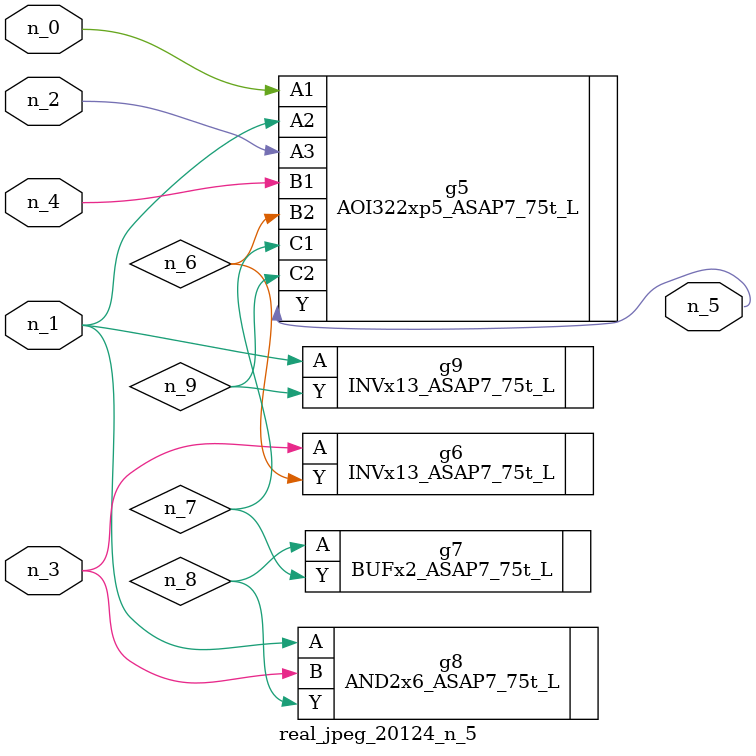
<source format=v>
module real_jpeg_20124_n_5 (n_4, n_0, n_1, n_2, n_3, n_5);

input n_4;
input n_0;
input n_1;
input n_2;
input n_3;

output n_5;

wire n_8;
wire n_6;
wire n_7;
wire n_9;

AOI322xp5_ASAP7_75t_L g5 ( 
.A1(n_0),
.A2(n_1),
.A3(n_2),
.B1(n_4),
.B2(n_6),
.C1(n_7),
.C2(n_9),
.Y(n_5)
);

AND2x6_ASAP7_75t_L g8 ( 
.A(n_1),
.B(n_3),
.Y(n_8)
);

INVx13_ASAP7_75t_L g9 ( 
.A(n_1),
.Y(n_9)
);

INVx13_ASAP7_75t_L g6 ( 
.A(n_3),
.Y(n_6)
);

BUFx2_ASAP7_75t_L g7 ( 
.A(n_8),
.Y(n_7)
);


endmodule
</source>
